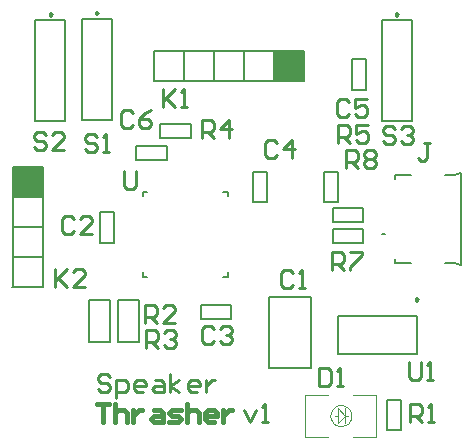
<source format=gto>
%FSLAX25Y25*%
%MOIN*%
G70*
G01*
G75*
G04 Layer_Color=65535*
%ADD10R,0.05709X0.04528*%
%ADD11R,0.07480X0.06890*%
%ADD12R,0.05512X0.01575*%
%ADD13R,0.01100X0.05800*%
%ADD14R,0.05800X0.01100*%
%ADD15R,0.03937X0.08661*%
%ADD16R,0.12992X0.08661*%
%ADD17R,0.10000X0.06000*%
%ADD18R,0.03000X0.03000*%
%ADD19R,0.03000X0.03000*%
%ADD20R,0.06000X0.10000*%
%ADD21R,0.05000X0.04000*%
%ADD22C,0.01000*%
%ADD23C,0.02000*%
%ADD24C,0.02500*%
%ADD25C,0.00800*%
%ADD26R,0.20000X0.20000*%
%ADD27C,0.07284*%
%ADD28R,0.07284X0.07284*%
%ADD29O,0.08268X0.04134*%
%ADD30C,0.07000*%
%ADD31R,0.07000X0.07000*%
%ADD32R,0.07000X0.07000*%
%ADD33C,0.04000*%
%ADD34C,0.00984*%
%ADD35C,0.00787*%
%ADD36C,0.00400*%
%ADD37C,0.00600*%
%ADD38C,0.00500*%
%ADD39C,0.01500*%
%ADD40R,0.09962X0.10000*%
%ADD41R,0.10000X0.09962*%
D22*
X244999Y200998D02*
X242999D01*
X243999D01*
Y196000D01*
X242999Y195000D01*
X242000D01*
X241000Y196000D01*
X133999Y202998D02*
X132999Y203998D01*
X131000D01*
X130000Y202998D01*
Y201999D01*
X131000Y200999D01*
X132999D01*
X133999Y199999D01*
Y199000D01*
X132999Y198000D01*
X131000D01*
X130000Y199000D01*
X135998Y198000D02*
X137997D01*
X136998D01*
Y203998D01*
X135998Y202998D01*
X116999Y203498D02*
X115999Y204498D01*
X114000D01*
X113000Y203498D01*
Y202499D01*
X114000Y201499D01*
X115999D01*
X116999Y200499D01*
Y199500D01*
X115999Y198500D01*
X114000D01*
X113000Y199500D01*
X122997Y198500D02*
X118998D01*
X122997Y202499D01*
Y203498D01*
X121997Y204498D01*
X119998D01*
X118998Y203498D01*
X233499Y205498D02*
X232499Y206498D01*
X230500D01*
X229500Y205498D01*
Y204499D01*
X230500Y203499D01*
X232499D01*
X233499Y202499D01*
Y201500D01*
X232499Y200500D01*
X230500D01*
X229500Y201500D01*
X235498Y205498D02*
X236498Y206498D01*
X238497D01*
X239497Y205498D01*
Y204499D01*
X238497Y203499D01*
X237497D01*
X238497D01*
X239497Y202499D01*
Y201500D01*
X238497Y200500D01*
X236498D01*
X235498Y201500D01*
X238000Y127998D02*
Y123000D01*
X239000Y122000D01*
X240999D01*
X241999Y123000D01*
Y127998D01*
X243998Y122000D02*
X245997D01*
X244998D01*
Y127998D01*
X243998Y126998D01*
X143000Y191498D02*
Y186500D01*
X144000Y185500D01*
X145999D01*
X146999Y186500D01*
Y191498D01*
X199499Y157498D02*
X198499Y158498D01*
X196500D01*
X195500Y157498D01*
Y153500D01*
X196500Y152500D01*
X198499D01*
X199499Y153500D01*
X201498Y152500D02*
X203497D01*
X202498D01*
Y158498D01*
X201498Y157498D01*
X126499Y175498D02*
X125499Y176498D01*
X123500D01*
X122500Y175498D01*
Y171500D01*
X123500Y170500D01*
X125499D01*
X126499Y171500D01*
X132497Y170500D02*
X128498D01*
X132497Y174499D01*
Y175498D01*
X131497Y176498D01*
X129498D01*
X128498Y175498D01*
X172999Y138998D02*
X171999Y139998D01*
X170000D01*
X169000Y138998D01*
Y135000D01*
X170000Y134000D01*
X171999D01*
X172999Y135000D01*
X174998Y138998D02*
X175998Y139998D01*
X177997D01*
X178997Y138998D01*
Y137999D01*
X177997Y136999D01*
X176997D01*
X177997D01*
X178997Y135999D01*
Y135000D01*
X177997Y134000D01*
X175998D01*
X174998Y135000D01*
X193999Y200998D02*
X192999Y201998D01*
X191000D01*
X190000Y200998D01*
Y197000D01*
X191000Y196000D01*
X192999D01*
X193999Y197000D01*
X198997Y196000D02*
Y201998D01*
X195998Y198999D01*
X199997D01*
X217999Y214498D02*
X216999Y215498D01*
X215000D01*
X214000Y214498D01*
Y210500D01*
X215000Y209500D01*
X216999D01*
X217999Y210500D01*
X223997Y215498D02*
X219998D01*
Y212499D01*
X221997Y213499D01*
X222997D01*
X223997Y212499D01*
Y210500D01*
X222997Y209500D01*
X220998D01*
X219998Y210500D01*
X208000Y125998D02*
Y120000D01*
X210999D01*
X211999Y121000D01*
Y124998D01*
X210999Y125998D01*
X208000D01*
X213998Y120000D02*
X215997D01*
X214998D01*
Y125998D01*
X213998Y124998D01*
X156000Y218998D02*
Y213000D01*
Y214999D01*
X159999Y218998D01*
X157000Y215999D01*
X159999Y213000D01*
X161998D02*
X163997D01*
X162998D01*
Y218998D01*
X161998Y217998D01*
X120000Y158998D02*
Y153000D01*
Y154999D01*
X123999Y158998D01*
X121000Y155999D01*
X123999Y153000D01*
X129997D02*
X125998D01*
X129997Y156999D01*
Y157998D01*
X128997Y158998D01*
X126998D01*
X125998Y157998D01*
X238500Y108000D02*
Y113998D01*
X241499D01*
X242499Y112998D01*
Y110999D01*
X241499Y109999D01*
X238500D01*
X240499D02*
X242499Y108000D01*
X244498D02*
X246497D01*
X245498D01*
Y113998D01*
X244498Y112998D01*
X150000Y141000D02*
Y146998D01*
X152999D01*
X153999Y145998D01*
Y143999D01*
X152999Y142999D01*
X150000D01*
X151999D02*
X153999Y141000D01*
X159997D02*
X155998D01*
X159997Y144999D01*
Y145998D01*
X158997Y146998D01*
X156998D01*
X155998Y145998D01*
X150500Y132500D02*
Y138498D01*
X153499D01*
X154499Y137498D01*
Y135499D01*
X153499Y134499D01*
X150500D01*
X152499D02*
X154499Y132500D01*
X156498Y137498D02*
X157498Y138498D01*
X159497D01*
X160497Y137498D01*
Y136499D01*
X159497Y135499D01*
X158497D01*
X159497D01*
X160497Y134499D01*
Y133500D01*
X159497Y132500D01*
X157498D01*
X156498Y133500D01*
X169000Y202500D02*
Y208498D01*
X171999D01*
X172999Y207498D01*
Y205499D01*
X171999Y204499D01*
X169000D01*
X170999D02*
X172999Y202500D01*
X177997D02*
Y208498D01*
X174998Y205499D01*
X178997D01*
X214500Y201000D02*
Y206998D01*
X217499D01*
X218499Y205998D01*
Y203999D01*
X217499Y202999D01*
X214500D01*
X216499D02*
X218499Y201000D01*
X224497Y206998D02*
X220498D01*
Y203999D01*
X222497Y204999D01*
X223497D01*
X224497Y203999D01*
Y202000D01*
X223497Y201000D01*
X221498D01*
X220498Y202000D01*
X212500Y158500D02*
Y164498D01*
X215499D01*
X216499Y163498D01*
Y161499D01*
X215499Y160499D01*
X212500D01*
X214499D02*
X216499Y158500D01*
X218498Y164498D02*
X222497D01*
Y163498D01*
X218498Y159500D01*
Y158500D01*
X217000Y192500D02*
Y198498D01*
X219999D01*
X220999Y197498D01*
Y195499D01*
X219999Y194499D01*
X217000D01*
X218999D02*
X220999Y192500D01*
X222998Y197498D02*
X223998Y198498D01*
X225997D01*
X226997Y197498D01*
Y196499D01*
X225997Y195499D01*
X226997Y194499D01*
Y193500D01*
X225997Y192500D01*
X223998D01*
X222998Y193500D01*
Y194499D01*
X223998Y195499D01*
X222998Y196499D01*
Y197498D01*
X223998Y195499D02*
X225997D01*
X145999Y210998D02*
X144999Y211998D01*
X143000D01*
X142000Y210998D01*
Y207000D01*
X143000Y206000D01*
X144999D01*
X145999Y207000D01*
X151997Y211998D02*
X149997Y210998D01*
X147998Y208999D01*
Y207000D01*
X148998Y206000D01*
X150997D01*
X151997Y207000D01*
Y207999D01*
X150997Y208999D01*
X147998D01*
X138499Y122998D02*
X137499Y123998D01*
X135500D01*
X134500Y122998D01*
Y121999D01*
X135500Y120999D01*
X137499D01*
X138499Y119999D01*
Y119000D01*
X137499Y118000D01*
X135500D01*
X134500Y119000D01*
X140498Y116001D02*
Y121999D01*
X143497D01*
X144497Y120999D01*
Y119000D01*
X143497Y118000D01*
X140498D01*
X149495D02*
X147496D01*
X146496Y119000D01*
Y120999D01*
X147496Y121999D01*
X149495D01*
X150495Y120999D01*
Y119999D01*
X146496D01*
X153494Y121999D02*
X155493D01*
X156493Y120999D01*
Y118000D01*
X153494D01*
X152494Y119000D01*
X153494Y119999D01*
X156493D01*
X158492Y118000D02*
Y123998D01*
Y119999D02*
X161491Y121999D01*
X158492Y119999D02*
X161491Y118000D01*
X167489D02*
X165490D01*
X164490Y119000D01*
Y120999D01*
X165490Y121999D01*
X167489D01*
X168489Y120999D01*
Y119999D01*
X164490D01*
X170488Y121999D02*
Y118000D01*
Y119999D01*
X171488Y120999D01*
X172488Y121999D01*
X173487D01*
X183000Y111999D02*
X184999Y108000D01*
X186999Y111999D01*
X188998Y108000D02*
X190997D01*
X189998D01*
Y113998D01*
X188998Y112998D01*
D25*
X193000Y221500D02*
Y231500D01*
X183000Y221500D02*
Y231500D01*
X153000Y221500D02*
Y231500D01*
X163000Y221500D02*
Y231500D01*
X153000Y231500D02*
X203000Y231500D01*
X173000Y221500D02*
Y231500D01*
X153000Y221500D02*
X203000Y221500D01*
X203000Y231500D02*
X203000Y221500D01*
X106000Y183000D02*
X116000D01*
X106000Y173000D02*
X116000D01*
X105900Y153000D02*
X115900D01*
X106000D02*
X116000D01*
X106000D02*
X116000D01*
X106000D02*
X106000Y193000D01*
X106000Y163000D02*
X116000D01*
X116000Y193000D02*
X116000Y153000D01*
X106000Y193000D02*
X116000Y193000D01*
D34*
X118988Y243744D02*
X118250Y244170D01*
Y243318D01*
X118988Y243744D01*
X134488Y244244D02*
X133750Y244670D01*
Y243818D01*
X134488Y244244D01*
X234488Y243744D02*
X233750Y244170D01*
Y243318D01*
X234488Y243744D01*
X241181Y148811D02*
X240443Y149237D01*
Y148385D01*
X241181Y148811D01*
D35*
X229933Y170453D02*
X229146D01*
X229933D01*
X113500Y241850D02*
X123500D01*
X113500Y208150D02*
Y241850D01*
Y208150D02*
X123500D01*
Y241850D01*
X129000Y242350D02*
X139000D01*
X129000Y208650D02*
Y242350D01*
Y208650D02*
X139000D01*
Y242350D01*
X253201Y190138D02*
X255327Y190925D01*
Y160216D02*
Y190925D01*
X233476Y188760D02*
Y190138D01*
X238791D01*
X253201Y161004D02*
X255327Y160216D01*
X250209Y161004D02*
X253201D01*
X233476D02*
Y162382D01*
Y161004D02*
X238791D01*
X250209Y190138D02*
X253201D01*
X229000Y241850D02*
X239000D01*
X229000Y208150D02*
Y241850D01*
Y208150D02*
X239000D01*
Y241850D01*
X214311Y143299D02*
X240689D01*
X214311Y130701D02*
X240689D01*
Y143299D01*
X214311Y130701D02*
Y143299D01*
D36*
X218800Y110000D02*
X218658Y110986D01*
X218244Y111892D01*
X217592Y112645D01*
X216754Y113184D01*
X215798Y113464D01*
X214802Y113464D01*
X213846Y113184D01*
X213008Y112645D01*
X212356Y111892D01*
X211942Y110986D01*
X211800Y110000D01*
X211942Y109014D01*
X212356Y108108D01*
X213008Y107355D01*
X213846Y106816D01*
X214802Y106536D01*
X215798Y106536D01*
X216754Y106816D01*
X217592Y107355D01*
X218244Y108108D01*
X218658Y109014D01*
X218800Y110000D01*
X216800D02*
X217800D01*
X216800Y107500D02*
Y110000D01*
X214300Y107500D02*
X216800Y110000D01*
X214300Y107500D02*
Y110000D01*
X213300D02*
X214300D01*
X216800D02*
Y112500D01*
X214300D02*
X216800Y110000D01*
X214300D02*
Y112500D01*
X213300Y110000D02*
X214300D01*
X203500Y117000D02*
X211000D01*
X203500Y103000D02*
X211000D01*
X219500D02*
X227000D01*
X219500Y117000D02*
X227000D01*
X203500Y103000D02*
Y117000D01*
X227000Y103000D02*
Y117000D01*
D37*
X149300Y156300D02*
Y157800D01*
Y183200D02*
Y184700D01*
X176200D02*
X177700D01*
Y156300D02*
Y157800D01*
X149300Y156300D02*
X150800D01*
X149300Y184700D02*
X150800D01*
X177700Y183200D02*
Y184700D01*
X176200Y156300D02*
X177700D01*
D38*
X191500Y149500D02*
X205500D01*
X191500Y126000D02*
X205500D01*
X191500D02*
Y149500D01*
X205500Y126000D02*
Y149500D01*
X135200Y167700D02*
Y177800D01*
X139800Y167700D02*
Y177800D01*
X135200D02*
X139800D01*
X135200Y167700D02*
X139800D01*
X168700Y142200D02*
X178800D01*
X168700Y146800D02*
X178800D01*
X168700Y142200D02*
Y146800D01*
X178800Y142200D02*
Y146800D01*
X190800Y181200D02*
Y191300D01*
X186200Y181200D02*
Y191300D01*
Y181200D02*
X190800D01*
X186200Y191300D02*
X190800D01*
X219200Y218700D02*
Y228800D01*
X223800Y218700D02*
Y228800D01*
X219200D02*
X223800D01*
X219200Y218700D02*
X223800D01*
X230700Y105200D02*
Y115300D01*
X235300Y105200D02*
Y115300D01*
X230700D02*
X235300D01*
X230700Y105200D02*
X235300D01*
X141000Y134500D02*
Y148500D01*
X148000D02*
X148000Y134500D01*
X141000Y148500D02*
X148000D01*
X141000Y134500D02*
X148000Y134500D01*
X131500Y134500D02*
Y148500D01*
X138500D02*
X138500Y134500D01*
X131500Y148500D02*
X138500D01*
X131500Y134500D02*
X138500Y134500D01*
X155200Y207300D02*
X165300D01*
X155200Y202700D02*
X165300D01*
Y207300D01*
X155200Y202700D02*
Y207300D01*
X214300Y181200D02*
Y191300D01*
X209700Y181200D02*
Y191300D01*
Y181200D02*
X214300D01*
X209700Y191300D02*
X214300D01*
X212700Y167700D02*
X222800D01*
X212700Y172300D02*
X222800D01*
X212700Y167700D02*
Y172300D01*
X222800Y167700D02*
Y172300D01*
X212700Y174700D02*
X222800D01*
X212700Y179300D02*
X222800D01*
X212700Y174700D02*
Y179300D01*
X222800Y174700D02*
Y179300D01*
X147200Y199800D02*
X157300D01*
X147200Y195200D02*
X157300D01*
Y199800D01*
X147200Y195200D02*
Y199800D01*
D39*
X134000Y113998D02*
X137999D01*
X135999D01*
Y108000D01*
X139998Y113998D02*
Y108000D01*
Y110999D01*
X140998Y111999D01*
X142997D01*
X143997Y110999D01*
Y108000D01*
X145996Y111999D02*
Y108000D01*
Y109999D01*
X146996Y110999D01*
X147995Y111999D01*
X148995D01*
X152994D02*
X154993D01*
X155993Y110999D01*
Y108000D01*
X152994D01*
X151994Y109000D01*
X152994Y109999D01*
X155993D01*
X157992Y108000D02*
X160991D01*
X161991Y109000D01*
X160991Y109999D01*
X158992D01*
X157992Y110999D01*
X158992Y111999D01*
X161991D01*
X163990Y113998D02*
Y108000D01*
Y110999D01*
X164990Y111999D01*
X166989D01*
X167989Y110999D01*
Y108000D01*
X172987D02*
X170988D01*
X169988Y109000D01*
Y110999D01*
X170988Y111999D01*
X172987D01*
X173987Y110999D01*
Y109999D01*
X169988D01*
X175986Y111999D02*
Y108000D01*
Y109999D01*
X176986Y110999D01*
X177986Y111999D01*
X178985D01*
D40*
X198019Y226500D02*
D03*
D41*
X111000Y188019D02*
D03*
M02*

</source>
